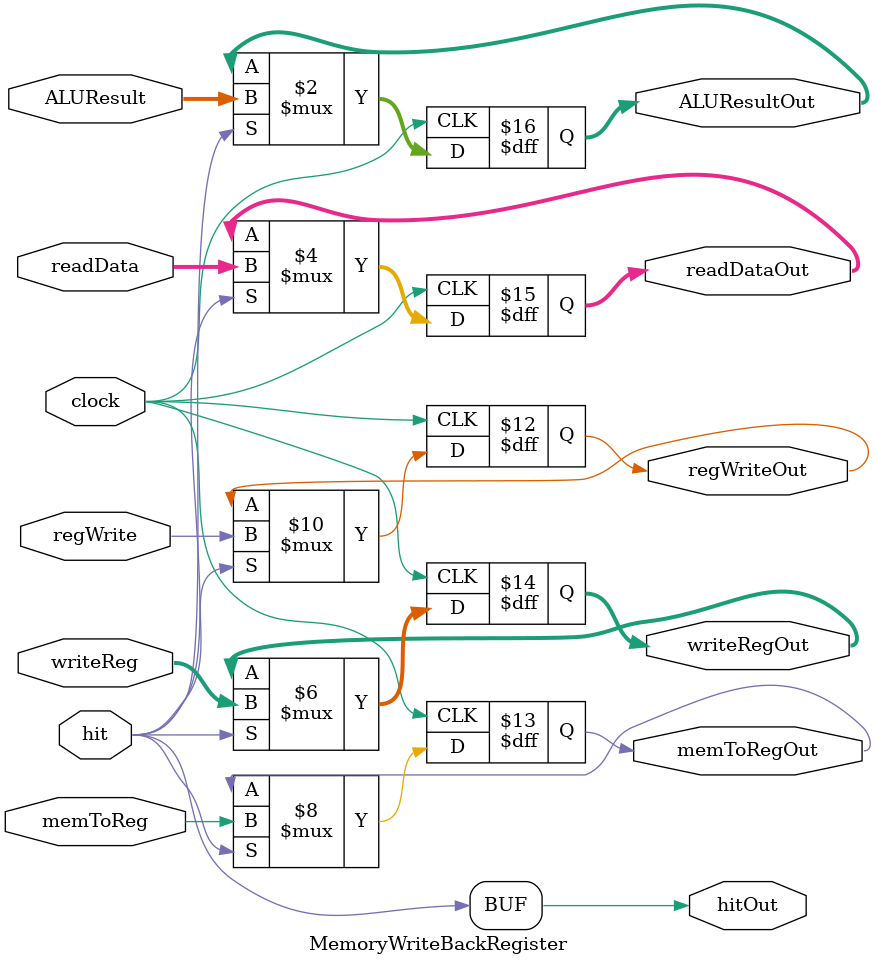
<source format=v>
`timescale 1ns / 1ps

module MemoryWriteBackRegister(clock, hit, readData, ALUResult, writeReg, regWrite, memToReg, hitOut, readDataOut,
							  ALUResultOut, writeRegOut, regWriteOut, memToRegOut);


	input clock;
	input hit;
	input regWrite;
	input memToReg;
	input [4:0] writeReg;
	input [31:0] readData;
	input [31:0] ALUResult;
	
	output hitOut;
	output reg regWriteOut;
	output reg memToRegOut;
	output reg [4:0]  writeRegOut;
	output reg [31:0] readDataOut;
	output reg [31:0] ALUResultOut;
	
	assign hitOut = hit;
	
	always @(negedge clock)
		begin
			if(hit) 
				begin 
					memToRegOut  <= memToReg;
					regWriteOut  <= regWrite;
					writeRegOut  <= writeReg;
					readDataOut  <= readData;
					ALUResultOut <= ALUResult;		
				end
		end

endmodule

</source>
